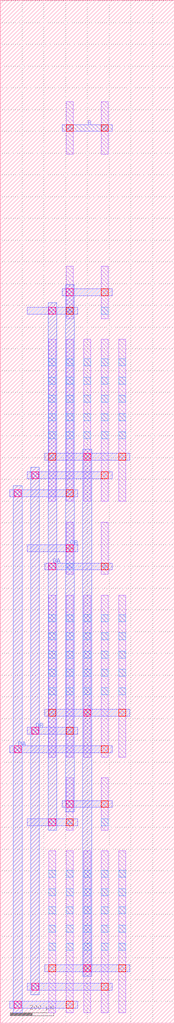
<source format=lef>
MACRO DP_NMOS_B_40344802_X1_Y3
  UNITS 
    DATABASE MICRONS UNITS 1000;
  END UNITS 
  ORIGIN 0 0 ;
  FOREIGN DP_NMOS_B_40344802_X1_Y3 0 0 ;
  SIZE 800 BY 4704 ;
  PIN B
    DIRECTION INOUT ;
    USE SIGNAL ;
    PORT
      LAYER M2 ;
        RECT 284 4100 516 4132 ;
    END
  END B
  PIN DA
    DIRECTION INOUT ;
    USE SIGNAL ;
    PORT
      LAYER M3 ;
        RECT 60 48 100 2472 ;
    END
  END DA
  PIN DB
    DIRECTION INOUT ;
    USE SIGNAL ;
    PORT
      LAYER M3 ;
        RECT 140 132 180 2556 ;
    END
  END DB
  PIN GA
    DIRECTION INOUT ;
    USE SIGNAL ;
    PORT
      LAYER M3 ;
        RECT 220 888 260 3312 ;
    END
  END GA
  PIN GB
    DIRECTION INOUT ;
    USE SIGNAL ;
    PORT
      LAYER M3 ;
        RECT 300 972 340 3396 ;
    END
  END GB
  PIN S
    DIRECTION INOUT ;
    USE SIGNAL ;
    PORT
      LAYER M3 ;
        RECT 380 216 420 2640 ;
    END
  END S
  OBS
    LAYER M1 ;
      RECT 304 48 336 792 ;
    LAYER M1 ;
      RECT 304 888 336 1128 ;
    LAYER M1 ;
      RECT 304 1224 336 1968 ;
    LAYER M1 ;
      RECT 304 2064 336 2304 ;
    LAYER M1 ;
      RECT 304 2400 336 3144 ;
    LAYER M1 ;
      RECT 304 3240 336 3480 ;
    LAYER M1 ;
      RECT 304 3996 336 4236 ;
    LAYER M1 ;
      RECT 224 48 256 792 ;
    LAYER M1 ;
      RECT 224 1224 256 1968 ;
    LAYER M1 ;
      RECT 224 2400 256 3144 ;
    LAYER M1 ;
      RECT 384 48 416 792 ;
    LAYER M1 ;
      RECT 384 1224 416 1968 ;
    LAYER M1 ;
      RECT 384 2400 416 3144 ;
    LAYER M1 ;
      RECT 464 48 496 792 ;
    LAYER M1 ;
      RECT 464 888 496 1128 ;
    LAYER M1 ;
      RECT 464 1224 496 1968 ;
    LAYER M1 ;
      RECT 464 2064 496 2304 ;
    LAYER M1 ;
      RECT 464 2400 496 3144 ;
    LAYER M1 ;
      RECT 464 3240 496 3480 ;
    LAYER M1 ;
      RECT 464 3996 496 4236 ;
    LAYER M1 ;
      RECT 544 48 576 792 ;
    LAYER M1 ;
      RECT 544 1224 576 1968 ;
    LAYER M1 ;
      RECT 544 2400 576 3144 ;
    LAYER M2 ;
      RECT 44 68 356 100 ;
    LAYER M2 ;
      RECT 124 152 516 184 ;
    LAYER M2 ;
      RECT 124 908 356 940 ;
    LAYER M2 ;
      RECT 284 992 516 1024 ;
    LAYER M2 ;
      RECT 204 236 596 268 ;
    LAYER M2 ;
      RECT 44 1244 516 1276 ;
    LAYER M2 ;
      RECT 124 1328 356 1360 ;
    LAYER M2 ;
      RECT 204 2084 516 2116 ;
    LAYER M2 ;
      RECT 124 2168 356 2200 ;
    LAYER M2 ;
      RECT 204 1412 596 1444 ;
    LAYER M2 ;
      RECT 44 2420 356 2452 ;
    LAYER M2 ;
      RECT 124 2504 516 2536 ;
    LAYER M2 ;
      RECT 124 3260 356 3292 ;
    LAYER M2 ;
      RECT 284 3344 516 3376 ;
    LAYER M2 ;
      RECT 204 2588 596 2620 ;
    LAYER V1 ;
      RECT 304 68 336 100 ;
    LAYER V1 ;
      RECT 304 908 336 940 ;
    LAYER V1 ;
      RECT 304 1328 336 1360 ;
    LAYER V1 ;
      RECT 304 2168 336 2200 ;
    LAYER V1 ;
      RECT 304 2420 336 2452 ;
    LAYER V1 ;
      RECT 304 3260 336 3292 ;
    LAYER V1 ;
      RECT 304 4100 336 4132 ;
    LAYER V1 ;
      RECT 464 152 496 184 ;
    LAYER V1 ;
      RECT 464 992 496 1024 ;
    LAYER V1 ;
      RECT 464 1244 496 1276 ;
    LAYER V1 ;
      RECT 464 2084 496 2116 ;
    LAYER V1 ;
      RECT 464 2504 496 2536 ;
    LAYER V1 ;
      RECT 464 3344 496 3376 ;
    LAYER V1 ;
      RECT 464 4100 496 4132 ;
    LAYER V1 ;
      RECT 224 236 256 268 ;
    LAYER V1 ;
      RECT 224 1412 256 1444 ;
    LAYER V1 ;
      RECT 224 2588 256 2620 ;
    LAYER V1 ;
      RECT 384 236 416 268 ;
    LAYER V1 ;
      RECT 384 1412 416 1444 ;
    LAYER V1 ;
      RECT 384 2588 416 2620 ;
    LAYER V1 ;
      RECT 544 236 576 268 ;
    LAYER V1 ;
      RECT 544 1412 576 1444 ;
    LAYER V1 ;
      RECT 544 2588 576 2620 ;
    LAYER V2 ;
      RECT 64 68 96 100 ;
    LAYER V2 ;
      RECT 64 1244 96 1276 ;
    LAYER V2 ;
      RECT 64 2420 96 2452 ;
    LAYER V2 ;
      RECT 144 152 176 184 ;
    LAYER V2 ;
      RECT 144 1328 176 1360 ;
    LAYER V2 ;
      RECT 144 2504 176 2536 ;
    LAYER V2 ;
      RECT 224 908 256 940 ;
    LAYER V2 ;
      RECT 224 2084 256 2116 ;
    LAYER V2 ;
      RECT 224 3260 256 3292 ;
    LAYER V2 ;
      RECT 304 992 336 1024 ;
    LAYER V2 ;
      RECT 304 2168 336 2200 ;
    LAYER V2 ;
      RECT 304 3344 336 3376 ;
    LAYER V2 ;
      RECT 384 236 416 268 ;
    LAYER V2 ;
      RECT 384 1412 416 1444 ;
    LAYER V2 ;
      RECT 384 2588 416 2620 ;
    LAYER V0 ;
      RECT 304 335 336 367 ;
    LAYER V0 ;
      RECT 304 419 336 451 ;
    LAYER V0 ;
      RECT 304 503 336 535 ;
    LAYER V0 ;
      RECT 304 587 336 619 ;
    LAYER V0 ;
      RECT 304 671 336 703 ;
    LAYER V0 ;
      RECT 304 908 336 940 ;
    LAYER V0 ;
      RECT 304 1511 336 1543 ;
    LAYER V0 ;
      RECT 304 1595 336 1627 ;
    LAYER V0 ;
      RECT 304 1679 336 1711 ;
    LAYER V0 ;
      RECT 304 1763 336 1795 ;
    LAYER V0 ;
      RECT 304 1847 336 1879 ;
    LAYER V0 ;
      RECT 304 2084 336 2116 ;
    LAYER V0 ;
      RECT 304 2687 336 2719 ;
    LAYER V0 ;
      RECT 304 2771 336 2803 ;
    LAYER V0 ;
      RECT 304 2855 336 2887 ;
    LAYER V0 ;
      RECT 304 2939 336 2971 ;
    LAYER V0 ;
      RECT 304 3023 336 3055 ;
    LAYER V0 ;
      RECT 304 3260 336 3292 ;
    LAYER V0 ;
      RECT 304 4100 336 4132 ;
    LAYER V0 ;
      RECT 304 4100 336 4132 ;
    LAYER V0 ;
      RECT 304 4100 336 4132 ;
    LAYER V0 ;
      RECT 224 335 256 367 ;
    LAYER V0 ;
      RECT 224 419 256 451 ;
    LAYER V0 ;
      RECT 224 503 256 535 ;
    LAYER V0 ;
      RECT 224 587 256 619 ;
    LAYER V0 ;
      RECT 224 671 256 703 ;
    LAYER V0 ;
      RECT 224 1511 256 1543 ;
    LAYER V0 ;
      RECT 224 1595 256 1627 ;
    LAYER V0 ;
      RECT 224 1679 256 1711 ;
    LAYER V0 ;
      RECT 224 1763 256 1795 ;
    LAYER V0 ;
      RECT 224 1847 256 1879 ;
    LAYER V0 ;
      RECT 224 2687 256 2719 ;
    LAYER V0 ;
      RECT 224 2771 256 2803 ;
    LAYER V0 ;
      RECT 224 2855 256 2887 ;
    LAYER V0 ;
      RECT 224 2939 256 2971 ;
    LAYER V0 ;
      RECT 224 3023 256 3055 ;
    LAYER V0 ;
      RECT 384 335 416 367 ;
    LAYER V0 ;
      RECT 384 335 416 367 ;
    LAYER V0 ;
      RECT 384 419 416 451 ;
    LAYER V0 ;
      RECT 384 419 416 451 ;
    LAYER V0 ;
      RECT 384 503 416 535 ;
    LAYER V0 ;
      RECT 384 503 416 535 ;
    LAYER V0 ;
      RECT 384 587 416 619 ;
    LAYER V0 ;
      RECT 384 587 416 619 ;
    LAYER V0 ;
      RECT 384 671 416 703 ;
    LAYER V0 ;
      RECT 384 671 416 703 ;
    LAYER V0 ;
      RECT 384 1511 416 1543 ;
    LAYER V0 ;
      RECT 384 1511 416 1543 ;
    LAYER V0 ;
      RECT 384 1595 416 1627 ;
    LAYER V0 ;
      RECT 384 1595 416 1627 ;
    LAYER V0 ;
      RECT 384 1679 416 1711 ;
    LAYER V0 ;
      RECT 384 1679 416 1711 ;
    LAYER V0 ;
      RECT 384 1763 416 1795 ;
    LAYER V0 ;
      RECT 384 1763 416 1795 ;
    LAYER V0 ;
      RECT 384 1847 416 1879 ;
    LAYER V0 ;
      RECT 384 1847 416 1879 ;
    LAYER V0 ;
      RECT 384 2687 416 2719 ;
    LAYER V0 ;
      RECT 384 2687 416 2719 ;
    LAYER V0 ;
      RECT 384 2771 416 2803 ;
    LAYER V0 ;
      RECT 384 2771 416 2803 ;
    LAYER V0 ;
      RECT 384 2855 416 2887 ;
    LAYER V0 ;
      RECT 384 2855 416 2887 ;
    LAYER V0 ;
      RECT 384 2939 416 2971 ;
    LAYER V0 ;
      RECT 384 2939 416 2971 ;
    LAYER V0 ;
      RECT 384 3023 416 3055 ;
    LAYER V0 ;
      RECT 384 3023 416 3055 ;
    LAYER V0 ;
      RECT 464 335 496 367 ;
    LAYER V0 ;
      RECT 464 419 496 451 ;
    LAYER V0 ;
      RECT 464 503 496 535 ;
    LAYER V0 ;
      RECT 464 587 496 619 ;
    LAYER V0 ;
      RECT 464 671 496 703 ;
    LAYER V0 ;
      RECT 464 908 496 940 ;
    LAYER V0 ;
      RECT 464 1511 496 1543 ;
    LAYER V0 ;
      RECT 464 1595 496 1627 ;
    LAYER V0 ;
      RECT 464 1679 496 1711 ;
    LAYER V0 ;
      RECT 464 1763 496 1795 ;
    LAYER V0 ;
      RECT 464 1847 496 1879 ;
    LAYER V0 ;
      RECT 464 2084 496 2116 ;
    LAYER V0 ;
      RECT 464 2687 496 2719 ;
    LAYER V0 ;
      RECT 464 2771 496 2803 ;
    LAYER V0 ;
      RECT 464 2855 496 2887 ;
    LAYER V0 ;
      RECT 464 2939 496 2971 ;
    LAYER V0 ;
      RECT 464 3023 496 3055 ;
    LAYER V0 ;
      RECT 464 3260 496 3292 ;
    LAYER V0 ;
      RECT 464 4100 496 4132 ;
    LAYER V0 ;
      RECT 464 4100 496 4132 ;
    LAYER V0 ;
      RECT 464 4100 496 4132 ;
    LAYER V0 ;
      RECT 544 335 576 367 ;
    LAYER V0 ;
      RECT 544 419 576 451 ;
    LAYER V0 ;
      RECT 544 503 576 535 ;
    LAYER V0 ;
      RECT 544 587 576 619 ;
    LAYER V0 ;
      RECT 544 671 576 703 ;
    LAYER V0 ;
      RECT 544 1511 576 1543 ;
    LAYER V0 ;
      RECT 544 1595 576 1627 ;
    LAYER V0 ;
      RECT 544 1679 576 1711 ;
    LAYER V0 ;
      RECT 544 1763 576 1795 ;
    LAYER V0 ;
      RECT 544 1847 576 1879 ;
    LAYER V0 ;
      RECT 544 2687 576 2719 ;
    LAYER V0 ;
      RECT 544 2771 576 2803 ;
    LAYER V0 ;
      RECT 544 2855 576 2887 ;
    LAYER V0 ;
      RECT 544 2939 576 2971 ;
    LAYER V0 ;
      RECT 544 3023 576 3055 ;
  END
END DP_NMOS_B_40344802_X1_Y3

</source>
